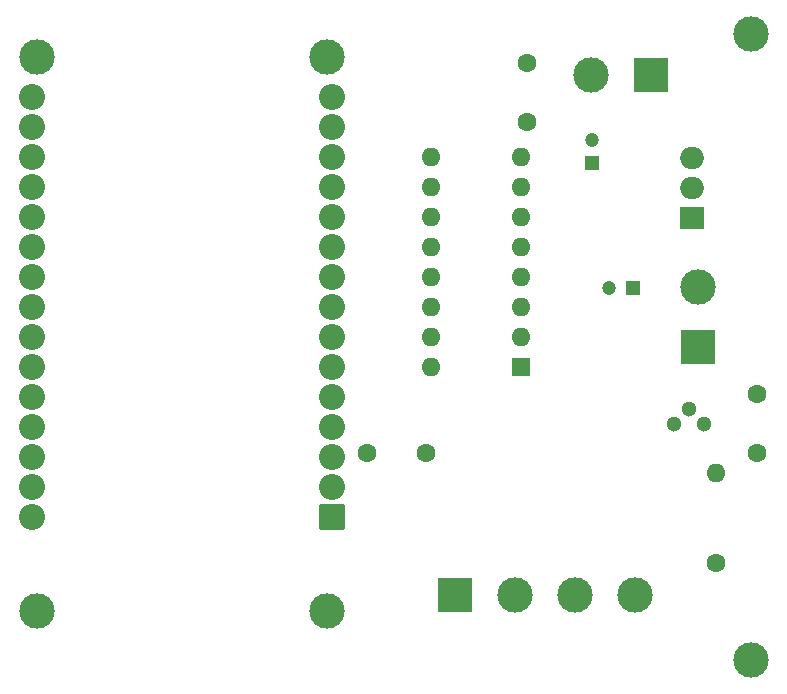
<source format=gbr>
%TF.GenerationSoftware,KiCad,Pcbnew,8.0.4*%
%TF.CreationDate,2024-09-08T20:37:16-05:00*%
%TF.ProjectId,rtt_version_final,7274745f-7665-4727-9369-6f6e5f66696e,rev?*%
%TF.SameCoordinates,Original*%
%TF.FileFunction,Soldermask,Bot*%
%TF.FilePolarity,Negative*%
%FSLAX46Y46*%
G04 Gerber Fmt 4.6, Leading zero omitted, Abs format (unit mm)*
G04 Created by KiCad (PCBNEW 8.0.4) date 2024-09-08 20:37:16*
%MOMM*%
%LPD*%
G01*
G04 APERTURE LIST*
G04 Aperture macros list*
%AMRoundRect*
0 Rectangle with rounded corners*
0 $1 Rounding radius*
0 $2 $3 $4 $5 $6 $7 $8 $9 X,Y pos of 4 corners*
0 Add a 4 corners polygon primitive as box body*
4,1,4,$2,$3,$4,$5,$6,$7,$8,$9,$2,$3,0*
0 Add four circle primitives for the rounded corners*
1,1,$1+$1,$2,$3*
1,1,$1+$1,$4,$5*
1,1,$1+$1,$6,$7*
1,1,$1+$1,$8,$9*
0 Add four rect primitives between the rounded corners*
20,1,$1+$1,$2,$3,$4,$5,0*
20,1,$1+$1,$4,$5,$6,$7,0*
20,1,$1+$1,$6,$7,$8,$9,0*
20,1,$1+$1,$8,$9,$2,$3,0*%
G04 Aperture macros list end*
%ADD10R,3.000000X3.000000*%
%ADD11C,3.000000*%
%ADD12R,1.200000X1.200000*%
%ADD13C,1.200000*%
%ADD14C,1.600000*%
%ADD15R,2.000000X1.905000*%
%ADD16O,2.000000X1.905000*%
%ADD17R,1.600000X1.600000*%
%ADD18O,1.600000X1.600000*%
%ADD19C,1.300000*%
%ADD20RoundRect,0.102000X1.000000X1.000000X-1.000000X1.000000X-1.000000X-1.000000X1.000000X-1.000000X0*%
%ADD21C,2.204000*%
G04 APERTURE END LIST*
D10*
%TO.C,J3*%
X161000000Y-77040000D03*
D11*
X161000000Y-71960000D03*
%TD*%
D12*
%TO.C,C4*%
X152000000Y-61472600D03*
D13*
X152000000Y-59472600D03*
%TD*%
D10*
%TO.C,J1*%
X140420000Y-98000000D03*
D11*
X145500000Y-98000000D03*
X150580000Y-98000000D03*
X155660000Y-98000000D03*
%TD*%
D12*
%TO.C,C3*%
X155500000Y-72000000D03*
D13*
X153500000Y-72000000D03*
%TD*%
D14*
%TO.C,C2*%
X133000000Y-86000000D03*
X138000000Y-86000000D03*
%TD*%
D11*
%TO.C,*%
X165500000Y-50500000D03*
%TD*%
D14*
%TO.C,C1*%
X146500000Y-58000000D03*
X146500000Y-53000000D03*
%TD*%
D11*
%TO.C,*%
X165500000Y-103500000D03*
%TD*%
D15*
%TO.C,U1*%
X160500000Y-66080000D03*
D16*
X160500000Y-63540000D03*
X160500000Y-61000000D03*
%TD*%
D17*
%TO.C,U2*%
X146000000Y-78740000D03*
D18*
X146000000Y-76200000D03*
X146000000Y-73660000D03*
X146000000Y-71120000D03*
X146000000Y-68580000D03*
X146000000Y-66040000D03*
X146000000Y-63500000D03*
X146000000Y-60960000D03*
X138380000Y-60960000D03*
X138380000Y-63500000D03*
X138380000Y-66040000D03*
X138380000Y-68580000D03*
X138380000Y-71120000D03*
X138380000Y-73660000D03*
X138380000Y-76200000D03*
X138380000Y-78740000D03*
%TD*%
D19*
%TO.C,Q2*%
X158960000Y-83500000D03*
X160230000Y-82230000D03*
X161500000Y-83500000D03*
%TD*%
D11*
%TO.C,U3*%
X129580000Y-99400000D03*
X129580000Y-52450000D03*
X105070000Y-99400000D03*
X105070000Y-52450000D03*
D20*
X130000000Y-91440000D03*
D21*
X130000000Y-88900000D03*
X130000000Y-86360000D03*
X130000000Y-83820000D03*
X130000000Y-81280000D03*
X130000000Y-78740000D03*
X130000000Y-76200000D03*
X130000000Y-73660000D03*
X130000000Y-71120000D03*
X130000000Y-68580000D03*
X130000000Y-66040000D03*
X130000000Y-63500000D03*
X130000000Y-60960000D03*
X130000000Y-58420000D03*
X130000000Y-55880000D03*
X104600000Y-55880000D03*
X104600000Y-58420000D03*
X104600000Y-60960000D03*
X104600000Y-63500000D03*
X104600000Y-66040000D03*
X104600000Y-68580000D03*
X104600000Y-71120000D03*
X104600000Y-73660000D03*
X104600000Y-76200000D03*
X104600000Y-78740000D03*
X104600000Y-81280000D03*
X104600000Y-83820000D03*
X104600000Y-86360000D03*
X104600000Y-88900000D03*
X104600000Y-91440000D03*
%TD*%
D14*
%TO.C,C5*%
X166000000Y-81000000D03*
X166000000Y-86000000D03*
%TD*%
D10*
%TO.C,J2*%
X157040000Y-54000000D03*
D11*
X151960000Y-54000000D03*
%TD*%
D14*
%TO.C,R1*%
X162500000Y-95310000D03*
D18*
X162500000Y-87690000D03*
%TD*%
M02*

</source>
